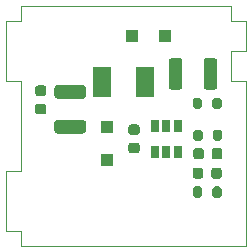
<source format=gbr>
%TF.GenerationSoftware,KiCad,Pcbnew,(5.1.9)-1*%
%TF.CreationDate,2021-06-07T16:13:34+02:00*%
%TF.ProjectId,16_STEP_DOWN,31365f53-5445-4505-9f44-4f574e2e6b69,rev?*%
%TF.SameCoordinates,Original*%
%TF.FileFunction,Paste,Top*%
%TF.FilePolarity,Positive*%
%FSLAX46Y46*%
G04 Gerber Fmt 4.6, Leading zero omitted, Abs format (unit mm)*
G04 Created by KiCad (PCBNEW (5.1.9)-1) date 2021-06-07 16:13:34*
%MOMM*%
%LPD*%
G01*
G04 APERTURE LIST*
%TA.AperFunction,Profile*%
%ADD10C,0.050000*%
%TD*%
%ADD11R,1.100000X1.100000*%
%ADD12R,1.500000X2.500000*%
%ADD13R,0.650000X1.060000*%
G04 APERTURE END LIST*
D10*
X119380000Y-67310000D02*
X120650000Y-67310000D01*
X119380000Y-64770000D02*
X119380000Y-67310000D01*
X120650000Y-64770000D02*
X119380000Y-64770000D01*
X120650000Y-62230000D02*
X120650000Y-64770000D01*
X119380000Y-62230000D02*
X120650000Y-62230000D01*
X119380000Y-60960000D02*
X119380000Y-62230000D01*
X113665000Y-60960000D02*
X119380000Y-60960000D01*
X114935000Y-81280000D02*
X120650000Y-81280000D01*
X101600000Y-62230000D02*
X101600000Y-60960000D01*
X100330000Y-62230000D02*
X101600000Y-62230000D01*
X100330000Y-64770000D02*
X100330000Y-62230000D01*
X101600000Y-67310000D02*
X100330000Y-67310000D01*
X101600000Y-74930000D02*
X101600000Y-67310000D01*
X100330000Y-74930000D02*
X101600000Y-74930000D01*
X120650000Y-67310000D02*
X120650000Y-81280000D01*
X101600000Y-60960000D02*
X113665000Y-60960000D01*
X101600000Y-80010000D02*
X101600000Y-81280000D01*
X100330000Y-80010000D02*
X101600000Y-80010000D01*
X100330000Y-64770000D02*
X100330000Y-67310000D01*
X114935000Y-81280000D02*
X101600000Y-81280000D01*
X100330000Y-80010000D02*
X100330000Y-74930000D01*
%TO.C,C5*%
G36*
G01*
X118615000Y-73240000D02*
X118615000Y-73740000D01*
G75*
G02*
X118390000Y-73965000I-225000J0D01*
G01*
X117940000Y-73965000D01*
G75*
G02*
X117715000Y-73740000I0J225000D01*
G01*
X117715000Y-73240000D01*
G75*
G02*
X117940000Y-73015000I225000J0D01*
G01*
X118390000Y-73015000D01*
G75*
G02*
X118615000Y-73240000I0J-225000D01*
G01*
G37*
G36*
G01*
X117065000Y-73240000D02*
X117065000Y-73740000D01*
G75*
G02*
X116840000Y-73965000I-225000J0D01*
G01*
X116390000Y-73965000D01*
G75*
G02*
X116165000Y-73740000I0J225000D01*
G01*
X116165000Y-73240000D01*
G75*
G02*
X116390000Y-73015000I225000J0D01*
G01*
X116840000Y-73015000D01*
G75*
G02*
X117065000Y-73240000I0J-225000D01*
G01*
G37*
%TD*%
%TO.C,R3*%
G36*
G01*
X117765000Y-69515000D02*
X117765000Y-68965000D01*
G75*
G02*
X117965000Y-68765000I200000J0D01*
G01*
X118365000Y-68765000D01*
G75*
G02*
X118565000Y-68965000I0J-200000D01*
G01*
X118565000Y-69515000D01*
G75*
G02*
X118365000Y-69715000I-200000J0D01*
G01*
X117965000Y-69715000D01*
G75*
G02*
X117765000Y-69515000I0J200000D01*
G01*
G37*
G36*
G01*
X116115000Y-69515000D02*
X116115000Y-68965000D01*
G75*
G02*
X116315000Y-68765000I200000J0D01*
G01*
X116715000Y-68765000D01*
G75*
G02*
X116915000Y-68965000I0J-200000D01*
G01*
X116915000Y-69515000D01*
G75*
G02*
X116715000Y-69715000I-200000J0D01*
G01*
X116315000Y-69715000D01*
G75*
G02*
X116115000Y-69515000I0J200000D01*
G01*
G37*
%TD*%
%TO.C,R2*%
G36*
G01*
X118615000Y-71665000D02*
X118615000Y-72215000D01*
G75*
G02*
X118415000Y-72415000I-200000J0D01*
G01*
X118015000Y-72415000D01*
G75*
G02*
X117815000Y-72215000I0J200000D01*
G01*
X117815000Y-71665000D01*
G75*
G02*
X118015000Y-71465000I200000J0D01*
G01*
X118415000Y-71465000D01*
G75*
G02*
X118615000Y-71665000I0J-200000D01*
G01*
G37*
G36*
G01*
X116965000Y-71665000D02*
X116965000Y-72215000D01*
G75*
G02*
X116765000Y-72415000I-200000J0D01*
G01*
X116365000Y-72415000D01*
G75*
G02*
X116165000Y-72215000I0J200000D01*
G01*
X116165000Y-71665000D01*
G75*
G02*
X116365000Y-71465000I200000J0D01*
G01*
X116765000Y-71465000D01*
G75*
G02*
X116965000Y-71665000I0J-200000D01*
G01*
G37*
%TD*%
%TO.C,C3*%
G36*
G01*
X102990000Y-69265000D02*
X103490000Y-69265000D01*
G75*
G02*
X103715000Y-69490000I0J-225000D01*
G01*
X103715000Y-69940000D01*
G75*
G02*
X103490000Y-70165000I-225000J0D01*
G01*
X102990000Y-70165000D01*
G75*
G02*
X102765000Y-69940000I0J225000D01*
G01*
X102765000Y-69490000D01*
G75*
G02*
X102990000Y-69265000I225000J0D01*
G01*
G37*
G36*
G01*
X102990000Y-67715000D02*
X103490000Y-67715000D01*
G75*
G02*
X103715000Y-67940000I0J-225000D01*
G01*
X103715000Y-68390000D01*
G75*
G02*
X103490000Y-68615000I-225000J0D01*
G01*
X102990000Y-68615000D01*
G75*
G02*
X102765000Y-68390000I0J225000D01*
G01*
X102765000Y-67940000D01*
G75*
G02*
X102990000Y-67715000I225000J0D01*
G01*
G37*
%TD*%
%TO.C,C2*%
G36*
G01*
X117040000Y-67840001D02*
X117040000Y-65639999D01*
G75*
G02*
X117289999Y-65390000I249999J0D01*
G01*
X117940001Y-65390000D01*
G75*
G02*
X118190000Y-65639999I0J-249999D01*
G01*
X118190000Y-67840001D01*
G75*
G02*
X117940001Y-68090000I-249999J0D01*
G01*
X117289999Y-68090000D01*
G75*
G02*
X117040000Y-67840001I0J249999D01*
G01*
G37*
G36*
G01*
X114090000Y-67840001D02*
X114090000Y-65639999D01*
G75*
G02*
X114339999Y-65390000I249999J0D01*
G01*
X114990001Y-65390000D01*
G75*
G02*
X115240000Y-65639999I0J-249999D01*
G01*
X115240000Y-67840001D01*
G75*
G02*
X114990001Y-68090000I-249999J0D01*
G01*
X114339999Y-68090000D01*
G75*
G02*
X114090000Y-67840001I0J249999D01*
G01*
G37*
%TD*%
%TO.C,C1*%
G36*
G01*
X111390000Y-71915000D02*
X110890000Y-71915000D01*
G75*
G02*
X110665000Y-71690000I0J225000D01*
G01*
X110665000Y-71240000D01*
G75*
G02*
X110890000Y-71015000I225000J0D01*
G01*
X111390000Y-71015000D01*
G75*
G02*
X111615000Y-71240000I0J-225000D01*
G01*
X111615000Y-71690000D01*
G75*
G02*
X111390000Y-71915000I-225000J0D01*
G01*
G37*
G36*
G01*
X111390000Y-73465000D02*
X110890000Y-73465000D01*
G75*
G02*
X110665000Y-73240000I0J225000D01*
G01*
X110665000Y-72790000D01*
G75*
G02*
X110890000Y-72565000I225000J0D01*
G01*
X111390000Y-72565000D01*
G75*
G02*
X111615000Y-72790000I0J-225000D01*
G01*
X111615000Y-73240000D01*
G75*
G02*
X111390000Y-73465000I-225000J0D01*
G01*
G37*
%TD*%
%TO.C,C4*%
G36*
G01*
X104639999Y-67690000D02*
X106840001Y-67690000D01*
G75*
G02*
X107090000Y-67939999I0J-249999D01*
G01*
X107090000Y-68590001D01*
G75*
G02*
X106840001Y-68840000I-249999J0D01*
G01*
X104639999Y-68840000D01*
G75*
G02*
X104390000Y-68590001I0J249999D01*
G01*
X104390000Y-67939999D01*
G75*
G02*
X104639999Y-67690000I249999J0D01*
G01*
G37*
G36*
G01*
X104639999Y-70640000D02*
X106840001Y-70640000D01*
G75*
G02*
X107090000Y-70889999I0J-249999D01*
G01*
X107090000Y-71540001D01*
G75*
G02*
X106840001Y-71790000I-249999J0D01*
G01*
X104639999Y-71790000D01*
G75*
G02*
X104390000Y-71540001I0J249999D01*
G01*
X104390000Y-70889999D01*
G75*
G02*
X104639999Y-70640000I249999J0D01*
G01*
G37*
%TD*%
D11*
%TO.C,D2*%
X113790000Y-63500000D03*
X110990000Y-63500000D03*
%TD*%
%TO.C,D1*%
G36*
G01*
X116115000Y-75396250D02*
X116115000Y-74883750D01*
G75*
G02*
X116333750Y-74665000I218750J0D01*
G01*
X116771250Y-74665000D01*
G75*
G02*
X116990000Y-74883750I0J-218750D01*
G01*
X116990000Y-75396250D01*
G75*
G02*
X116771250Y-75615000I-218750J0D01*
G01*
X116333750Y-75615000D01*
G75*
G02*
X116115000Y-75396250I0J218750D01*
G01*
G37*
G36*
G01*
X117690000Y-75396250D02*
X117690000Y-74883750D01*
G75*
G02*
X117908750Y-74665000I218750J0D01*
G01*
X118346250Y-74665000D01*
G75*
G02*
X118565000Y-74883750I0J-218750D01*
G01*
X118565000Y-75396250D01*
G75*
G02*
X118346250Y-75615000I-218750J0D01*
G01*
X117908750Y-75615000D01*
G75*
G02*
X117690000Y-75396250I0J218750D01*
G01*
G37*
%TD*%
D12*
%TO.C,L1*%
X108390000Y-67440000D03*
X112090000Y-67440000D03*
%TD*%
%TO.C,R1*%
G36*
G01*
X116115000Y-77015000D02*
X116115000Y-76465000D01*
G75*
G02*
X116315000Y-76265000I200000J0D01*
G01*
X116715000Y-76265000D01*
G75*
G02*
X116915000Y-76465000I0J-200000D01*
G01*
X116915000Y-77015000D01*
G75*
G02*
X116715000Y-77215000I-200000J0D01*
G01*
X116315000Y-77215000D01*
G75*
G02*
X116115000Y-77015000I0J200000D01*
G01*
G37*
G36*
G01*
X117765000Y-77015000D02*
X117765000Y-76465000D01*
G75*
G02*
X117965000Y-76265000I200000J0D01*
G01*
X118365000Y-76265000D01*
G75*
G02*
X118565000Y-76465000I0J-200000D01*
G01*
X118565000Y-77015000D01*
G75*
G02*
X118365000Y-77215000I-200000J0D01*
G01*
X117965000Y-77215000D01*
G75*
G02*
X117765000Y-77015000I0J200000D01*
G01*
G37*
%TD*%
D11*
%TO.C,D3*%
X108890000Y-71240000D03*
X108890000Y-74040000D03*
%TD*%
D13*
%TO.C,U1*%
X112940000Y-73340000D03*
X113890000Y-73340000D03*
X114840000Y-73340000D03*
X114840000Y-71140000D03*
X112940000Y-71140000D03*
X113890000Y-71140000D03*
%TD*%
M02*

</source>
